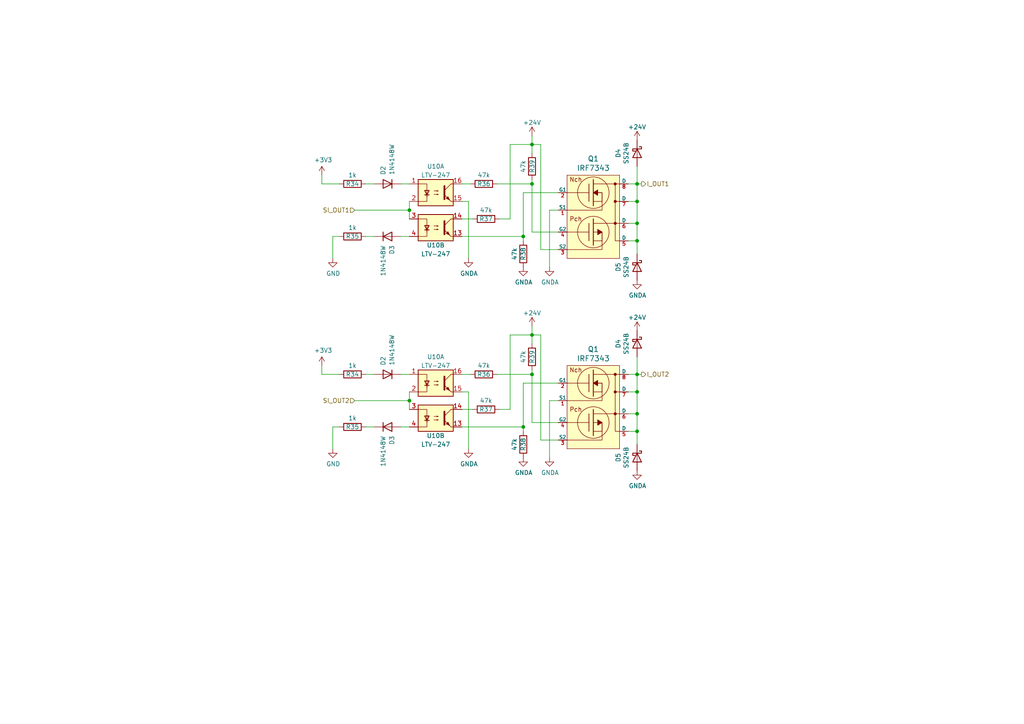
<source format=kicad_sch>
(kicad_sch (version 20230121) (generator eeschema)
  (paper "A4")
  (lib_symbols
    (symbol "Device:D_Schottky" (pin_numbers hide) (pin_names (offset 1.016) hide)
      (property "Reference" "D" (at 0 2.54 0))
      (property "Value" "D_Schottky" (at 0 -2.54 0))
      (symbol "D_Schottky_0_1"
        (polyline (pts (xy 1.27 0) (xy -1.27 0)))
        (polyline (pts (xy 1.27 1.27) (xy 1.27 -1.27) (xy -1.27 0) (xy 1.27 1.27)) (stroke (width 0.254)))
        (polyline (pts (xy -1.905 0.635) (xy -1.905 1.27) (xy -1.27 1.27) (xy -1.27 -1.27) (xy -0.635 -1.27) (xy -0.635 -0.635)) (stroke (width 0.254)))
      )
      (symbol "D_Schottky_1_1"
        (pin passive line (at -3.81 0 0) (length 2.54) (name "K") (number "1"))
        (pin passive line (at 3.81 0 180) (length 2.54) (name "A") (number "2"))
      )
    )
    (symbol "Device:R" (pin_numbers hide) (pin_names (offset 0))
      (property "Reference" "R" (at 2.032 0 90))
      (property "Value" "R" (at 0 0 90))
      (symbol "R_0_1"
        (rectangle (start -1.016 -2.54) (end 1.016 2.54) (stroke (width 0.254)))
      )
      (symbol "R_1_1"
        (pin passive line (at 0 3.81 270) (length 1.27) (name "~") (number "1"))
        (pin passive line (at 0 -3.81 90) (length 1.27) (name "~") (number "2"))
      )
    )
    (symbol "Diode:1N4148" (pin_numbers hide) (pin_names hide)
      (property "Reference" "D" (at 0 2.54 0))
      (property "Value" "1N4148" (at 0 -2.54 0))
      (symbol "1N4148_0_1"
        (polyline (pts (xy -1.27 1.27) (xy -1.27 -1.27)) (stroke (width 0.254)))
        (polyline (pts (xy 1.27 0) (xy -1.27 0)))
        (polyline (pts (xy 1.27 1.27) (xy 1.27 -1.27) (xy -1.27 0) (xy 1.27 1.27)) (stroke (width 0.254)))
      )
      (symbol "1N4148_1_1"
        (pin passive line (at -3.81 0 0) (length 2.54) (name "K") (number "1"))
        (pin passive line (at 3.81 0 180) (length 2.54) (name "A") (number "2"))
      )
    )
    (symbol "Isolator:LTV-247"
      (property "Reference" "U" (at -5.08 5.08 0))
      (property "Value" "LTV-247" (at 0 5.08 0))
      (symbol "LTV-247_0_1"
        (rectangle (start -5.08 3.81) (end 5.08 -3.81) (stroke (width 0.254)) (fill (type background)))
        (polyline (pts (xy -3.175 -0.635) (xy -1.905 -0.635)) (stroke (width 0.254)))
        (polyline (pts (xy 2.54 0.635) (xy 4.445 2.54)))
        (polyline (pts (xy 4.445 -2.54) (xy 2.54 -0.635)) (fill (type outline)))
        (polyline (pts (xy 4.445 -2.54) (xy 5.08 -2.54)))
        (polyline (pts (xy 4.445 2.54) (xy 5.08 2.54)))
        (polyline (pts (xy -2.54 -0.635) (xy -2.54 -2.54) (xy -5.08 -2.54)))
        (polyline (pts (xy 2.54 1.905) (xy 2.54 -1.905) (xy 2.54 -1.905)) (stroke (width 0.508)))
        (polyline (pts (xy -5.08 2.54) (xy -2.54 2.54) (xy -2.54 -1.27) (xy -2.54 0.635)))
        (polyline (pts (xy -2.54 -0.635) (xy -3.175 0.635) (xy -1.905 0.635) (xy -2.54 -0.635)) (stroke (width 0.254)))
        (polyline (pts (xy -0.508 -0.508) (xy 0.762 -0.508) (xy 0.381 -0.635) (xy 0.381 -0.381) (xy 0.762 -0.508)))
        (polyline (pts (xy -0.508 0.508) (xy 0.762 0.508) (xy 0.381 0.381) (xy 0.381 0.635) (xy 0.762 0.508)))
        (polyline (pts (xy 3.048 -1.651) (xy 3.556 -1.143) (xy 4.064 -2.159) (xy 3.048 -1.651) (xy 3.048 -1.651)) (fill (type outline)))
      )
      (symbol "LTV-247_1_1"
        (pin passive line (at -7.62 2.54 0) (length 2.54) (name "~") (number "1"))
        (pin passive line (at 7.62 -2.54 180) (length 2.54) (name "~") (number "15"))
        (pin passive line (at 7.62 2.54 180) (length 2.54) (name "~") (number "16"))
        (pin passive line (at -7.62 -2.54 0) (length 2.54) (name "~") (number "2"))
      )
      (symbol "LTV-247_2_1"
        (pin passive line (at 7.62 -2.54 180) (length 2.54) (name "~") (number "13"))
        (pin passive line (at 7.62 2.54 180) (length 2.54) (name "~") (number "14"))
        (pin passive line (at -7.62 2.54 0) (length 2.54) (name "~") (number "3"))
        (pin passive line (at -7.62 -2.54 0) (length 2.54) (name "~") (number "4"))
      )
      (symbol "LTV-247_3_1"
        (pin passive line (at 7.62 -2.54 180) (length 2.54) (name "~") (number "11"))
        (pin passive line (at 7.62 2.54 180) (length 2.54) (name "~") (number "12"))
        (pin passive line (at -7.62 2.54 0) (length 2.54) (name "~") (number "5"))
        (pin passive line (at -7.62 -2.54 0) (length 2.54) (name "~") (number "6"))
      )
      (symbol "LTV-247_4_1"
        (pin passive line (at 7.62 2.54 180) (length 2.54) (name "~") (number "10"))
        (pin passive line (at -7.62 2.54 0) (length 2.54) (name "~") (number "7"))
        (pin passive line (at -7.62 -2.54 0) (length 2.54) (name "~") (number "8"))
        (pin passive line (at 7.62 -2.54 180) (length 2.54) (name "~") (number "9"))
      )
    )
    (symbol "cc_transistor:IRF7389" (pin_names (offset 0))
      (property "Reference" "Q" (at 7.62 2.54 0))
      (property "Value" "IRF7389" (at 7.62 -26.67 0))
      (symbol "IRF7389_0_0"
        (text "Nch" (at 2.54 -1.27 0) (effects (font (size 1.27 1.27))))
        (text "Pch" (at 2.54 -12.7 0) (effects (font (size 1.27 1.27))))
      )
      (symbol "IRF7389_0_1"
        (polyline (pts (xy -1.27 -16.51) (xy 6.35 -16.51)))
        (polyline (pts (xy 0 -5.08) (xy 6.35 -5.08)))
        (polyline (pts (xy 6.35 -19.05) (xy 6.35 -13.97)) (stroke (width 0.2032)))
        (polyline (pts (xy 7.62 -20.32) (xy 7.62 -12.7)) (stroke (width 0.254)))
        (polyline (pts (xy 7.62 -16.51) (xy 8.89 -16.51)))
        (polyline (pts (xy 10.16 -19.05) (xy 7.62 -19.05)))
        (polyline (pts (xy 10.16 -19.05) (xy 10.16 -16.51)) (stroke (width 0.2032)))
        (polyline (pts (xy 10.16 -13.97) (xy 7.62 -13.97)))
        (polyline (pts (xy 10.16 -13.97) (xy 15.24 -13.97)))
        (polyline (pts (xy 13.97 -7.62) (xy 13.97 -13.97)))
        (polyline (pts (xy 15.24 -2.54) (xy 10.16 -2.54)))
        (polyline (pts (xy 13.97 -13.97) (xy 13.97 -19.05) (xy 15.24 -19.05)))
        (polyline (pts (xy 13.97 -2.54) (xy 13.97 -7.62) (xy 15.24 -7.62)))
        (polyline (pts (xy 0 -10.16) (xy 2.54 -10.16) (xy 10.16 -10.16) (xy 10.16 -7.62)))
        (polyline (pts (xy 10.16 -19.05) (xy 10.16 -21.59) (xy 2.54 -21.59) (xy 0 -21.59)))
        (rectangle (start 0 0) (end 15.24 -24.13) (fill (type background)))
        (circle (center 7.62 -16.51) (radius 4.572))
        (circle (center 7.62 -5.08) (radius 4.572))
        (circle (center 13.97 -13.97) (radius 0.3556) (fill (type outline)))
        (circle (center 13.97 -7.62) (radius 0.3556) (fill (type outline)))
        (circle (center 13.97 -2.54) (radius 0.3556) (fill (type outline)))
      )
      (symbol "IRF7389_1_1"
        (polyline (pts (xy 6.35 -7.62) (xy 6.35 -2.54)) (stroke (width 0.2032)))
        (polyline (pts (xy 7.62 -8.89) (xy 7.62 -1.27)) (stroke (width 0.254)))
        (polyline (pts (xy 10.16 -7.62) (xy 7.62 -7.62)))
        (polyline (pts (xy 10.16 -2.54) (xy 7.62 -2.54)))
        (polyline (pts (xy 10.16 -7.62) (xy 10.16 -5.08) (xy 8.89 -5.08)) (stroke (width 0.2032)))
        (polyline (pts (xy 8.89 -15.748) (xy 8.89 -17.272) (xy 10.16 -16.51) (xy 8.89 -15.748) (xy 8.89 -15.748)) (stroke (width 0.2032)) (fill (type outline)))
        (polyline (pts (xy 8.89 -4.318) (xy 8.89 -5.842) (xy 7.62 -5.08) (xy 8.89 -4.318) (xy 8.89 -4.318)) (stroke (width 0.2032)) (fill (type outline)))
        (pin passive line (at -2.54 -10.16 0) (length 2.54) (name "S1") (number "1"))
        (pin input line (at -2.54 -5.08 0) (length 2.54) (name "G1") (number "2"))
        (pin passive line (at -2.54 -21.59 0) (length 2.54) (name "S2") (number "3"))
        (pin input line (at -2.54 -16.51 0) (length 2.54) (name "G2") (number "4"))
        (pin passive line (at 17.78 -19.05 180) (length 2.54) (name "D") (number "5"))
        (pin passive line (at 17.78 -13.97 180) (length 2.54) (name "D") (number "6"))
        (pin passive line (at 17.78 -7.62 180) (length 2.54) (name "D") (number "7"))
        (pin passive line (at 17.78 -2.54 180) (length 2.54) (name "D") (number "8"))
      )
    )
    (symbol "door_if3_usb-rescue:+3.3V-power" (power) (pin_names (offset 0))
      (property "Value" "+3.3V-power" (at 0 3.556 0))
      (symbol "+3.3V-power_0_1"
        (polyline (pts (xy -0.762 1.27) (xy 0 2.54)))
        (polyline (pts (xy 0 0) (xy 0 2.54)))
        (polyline (pts (xy 0 2.54) (xy 0.762 1.27)))
      )
      (symbol "+3.3V-power_1_1"
        (pin power_in line (at 0 0 90) (length 0) hide (name "+3V3") (number "1"))
      )
    )
    (symbol "power:+24V" (power) (pin_names (offset 0))
      (property "Value" "+24V" (at 0 3.556 0))
      (symbol "+24V_0_1"
        (polyline (pts (xy -0.762 1.27) (xy 0 2.54)))
        (polyline (pts (xy 0 0) (xy 0 2.54)))
        (polyline (pts (xy 0 2.54) (xy 0.762 1.27)))
      )
      (symbol "+24V_1_1"
        (pin power_in line (at 0 0 90) (length 0) hide (name "+24V") (number "1"))
      )
    )
    (symbol "power:GND" (power) (pin_names (offset 0))
      (property "Value" "GND" (at 0 -3.81 0))
      (symbol "GND_0_1"
        (polyline (pts (xy 0 0) (xy 0 -1.27) (xy 1.27 -1.27) (xy 0 -2.54) (xy -1.27 -1.27) (xy 0 -1.27)))
      )
      (symbol "GND_1_1"
        (pin power_in line (at 0 0 270) (length 0) hide (name "GND") (number "1"))
      )
    )
    (symbol "power:GNDA" (power) (pin_names (offset 0))
      (property "Value" "GNDA" (at 0 -3.81 0))
      (symbol "GNDA_0_1"
        (polyline (pts (xy 0 0) (xy 0 -1.27) (xy 1.27 -1.27) (xy 0 -2.54) (xy -1.27 -1.27) (xy 0 -1.27)))
      )
      (symbol "GNDA_1_1"
        (pin power_in line (at 0 0 270) (length 0) hide (name "GNDA") (number "1"))
      )
    )
  )
  (junction (at 118.745 116.205))
  (junction (at 184.785 113.665))
  (junction (at 154.305 97.155))
  (junction (at 184.785 69.85))
  (junction (at 184.785 53.34))
  (junction (at 151.765 123.825))
  (junction (at 184.785 64.77))
  (junction (at 184.785 108.585))
  (junction (at 184.785 120.015))
  (junction (at 154.305 108.585))
  (junction (at 184.785 58.42))
  (junction (at 154.305 41.91))
  (junction (at 154.305 53.34))
  (junction (at 118.745 60.96))
  (junction (at 151.765 68.58))
  (junction (at 184.785 125.095))
  (wire (pts (xy 106.045 53.34) (xy 108.585 53.34)))
  (wire (pts (xy 133.985 58.42) (xy 135.89 58.42)))
  (wire (pts (xy 184.785 108.585) (xy 186.055 108.585)))
  (wire (pts (xy 156.845 41.91) (xy 154.305 41.91)))
  (wire (pts (xy 154.305 53.34) (xy 154.305 52.07)))
  (wire (pts (xy 182.245 113.665) (xy 184.785 113.665)))
  (wire (pts (xy 96.52 68.58) (xy 98.425 68.58)))
  (wire (pts (xy 118.745 116.205) (xy 118.745 118.745)))
  (wire (pts (xy 93.345 108.585) (xy 98.425 108.585)))
  (wire (pts (xy 182.245 53.34) (xy 184.785 53.34)))
  (wire (pts (xy 184.785 108.585) (xy 184.785 113.665)))
  (wire (pts (xy 144.78 63.5) (xy 147.955 63.5)))
  (wire (pts (xy 102.87 60.96) (xy 118.745 60.96)))
  (wire (pts (xy 151.765 111.125) (xy 151.765 123.825)))
  (wire (pts (xy 161.925 55.88) (xy 151.765 55.88)))
  (wire (pts (xy 159.385 60.96) (xy 159.385 77.47)))
  (wire (pts (xy 106.045 68.58) (xy 108.585 68.58)))
  (wire (pts (xy 133.985 68.58) (xy 151.765 68.58)))
  (wire (pts (xy 184.785 113.665) (xy 184.785 120.015)))
  (wire (pts (xy 182.245 64.77) (xy 184.785 64.77)))
  (wire (pts (xy 116.205 53.34) (xy 118.745 53.34)))
  (wire (pts (xy 93.345 106.045) (xy 93.345 108.585)))
  (wire (pts (xy 154.305 41.91) (xy 154.305 39.37)))
  (wire (pts (xy 133.985 63.5) (xy 137.16 63.5)))
  (wire (pts (xy 135.89 58.42) (xy 135.89 74.93)))
  (wire (pts (xy 151.765 68.58) (xy 151.765 69.85)))
  (wire (pts (xy 116.205 68.58) (xy 118.745 68.58)))
  (wire (pts (xy 184.785 64.77) (xy 184.785 69.85)))
  (wire (pts (xy 96.52 68.58) (xy 96.52 74.93)))
  (wire (pts (xy 133.985 123.825) (xy 151.765 123.825)))
  (wire (pts (xy 184.785 125.095) (xy 184.785 128.905)))
  (wire (pts (xy 135.89 113.665) (xy 135.89 130.175)))
  (wire (pts (xy 118.745 113.665) (xy 118.745 116.205)))
  (wire (pts (xy 147.955 63.5) (xy 147.955 41.91)))
  (wire (pts (xy 154.305 122.555) (xy 154.305 108.585)))
  (wire (pts (xy 161.925 72.39) (xy 156.845 72.39)))
  (wire (pts (xy 156.845 97.155) (xy 154.305 97.155)))
  (wire (pts (xy 106.045 108.585) (xy 108.585 108.585)))
  (wire (pts (xy 182.245 58.42) (xy 184.785 58.42)))
  (wire (pts (xy 184.785 58.42) (xy 184.785 64.77)))
  (wire (pts (xy 151.765 123.825) (xy 151.765 125.095)))
  (wire (pts (xy 184.785 53.34) (xy 186.055 53.34)))
  (wire (pts (xy 147.955 41.91) (xy 154.305 41.91)))
  (wire (pts (xy 154.305 97.155) (xy 154.305 94.615)))
  (wire (pts (xy 154.305 67.31) (xy 154.305 53.34)))
  (wire (pts (xy 184.785 120.015) (xy 184.785 125.095)))
  (wire (pts (xy 147.955 118.745) (xy 147.955 97.155)))
  (wire (pts (xy 96.52 123.825) (xy 96.52 130.175)))
  (wire (pts (xy 161.925 122.555) (xy 154.305 122.555)))
  (wire (pts (xy 116.205 123.825) (xy 118.745 123.825)))
  (wire (pts (xy 144.145 53.34) (xy 154.305 53.34)))
  (wire (pts (xy 116.205 108.585) (xy 118.745 108.585)))
  (wire (pts (xy 182.245 108.585) (xy 184.785 108.585)))
  (wire (pts (xy 184.785 69.85) (xy 184.785 73.66)))
  (wire (pts (xy 144.145 108.585) (xy 154.305 108.585)))
  (wire (pts (xy 102.87 116.205) (xy 118.745 116.205)))
  (wire (pts (xy 161.925 127.635) (xy 156.845 127.635)))
  (wire (pts (xy 161.925 60.96) (xy 159.385 60.96)))
  (wire (pts (xy 184.785 103.505) (xy 184.785 108.585)))
  (wire (pts (xy 147.955 97.155) (xy 154.305 97.155)))
  (wire (pts (xy 106.045 123.825) (xy 108.585 123.825)))
  (wire (pts (xy 96.52 123.825) (xy 98.425 123.825)))
  (wire (pts (xy 133.985 53.34) (xy 136.525 53.34)))
  (wire (pts (xy 118.745 58.42) (xy 118.745 60.96)))
  (wire (pts (xy 156.845 127.635) (xy 156.845 97.155)))
  (wire (pts (xy 182.245 120.015) (xy 184.785 120.015)))
  (wire (pts (xy 151.765 55.88) (xy 151.765 68.58)))
  (wire (pts (xy 184.785 48.26) (xy 184.785 53.34)))
  (wire (pts (xy 154.305 97.155) (xy 154.305 99.695)))
  (wire (pts (xy 156.845 72.39) (xy 156.845 41.91)))
  (wire (pts (xy 118.745 60.96) (xy 118.745 63.5)))
  (wire (pts (xy 161.925 116.205) (xy 159.385 116.205)))
  (wire (pts (xy 184.785 53.34) (xy 184.785 58.42)))
  (wire (pts (xy 154.305 41.91) (xy 154.305 44.45)))
  (wire (pts (xy 133.985 108.585) (xy 136.525 108.585)))
  (wire (pts (xy 133.985 118.745) (xy 137.16 118.745)))
  (wire (pts (xy 93.345 50.8) (xy 93.345 53.34)))
  (wire (pts (xy 184.785 125.095) (xy 182.245 125.095)))
  (wire (pts (xy 93.345 53.34) (xy 98.425 53.34)))
  (wire (pts (xy 161.925 67.31) (xy 154.305 67.31)))
  (wire (pts (xy 144.78 118.745) (xy 147.955 118.745)))
  (wire (pts (xy 133.985 113.665) (xy 135.89 113.665)))
  (wire (pts (xy 161.925 111.125) (xy 151.765 111.125)))
  (wire (pts (xy 154.305 108.585) (xy 154.305 107.315)))
  (wire (pts (xy 159.385 116.205) (xy 159.385 132.715)))
  (wire (pts (xy 184.785 69.85) (xy 182.245 69.85)))
  (hierarchical_label "SI_OUT2" (shape input) (at 102.87 116.205 180))
  (hierarchical_label "SI_OUT1" (shape input) (at 102.87 60.96 180))
  (hierarchical_label "I_OUT2" (shape output) (at 186.055 108.585 0))
  (hierarchical_label "I_OUT1" (shape output) (at 186.055 53.34 0))
  (symbol (lib_id "Device:R") (at 102.235 53.34 90) (unit 1)
    (property "Reference" "R34" (at 102.235 53.34 90))
    (property "Value" "1k" (at 102.235 50.8 90))
    (property "Footprint" "Resistor_SMD:R_0402_1005Metric" (effects hide))
    (instances (project "door_if4_usb" (path "" (reference "R34") (unit 1)) (path "" (reference "R2") (unit 1)) (path "" (reference "R22") (unit 1)) (path "" (reference "R34") (unit 1))))
  )
  (symbol (lib_id "power:+24V") (at 154.305 94.615 0) (unit 1)
    (property "Reference" "#PWR020" (effects hide))
    (property "Value" "+24V" (at 154.305 90.805 0))
    (instances (project "door_if4_usb" (path "" (reference "#PWR020") (unit 1)) (path "" (reference "#PWR021") (unit 1)) (path "" (reference "#PWR039") (unit 1)) (path "" (reference "#PWR055") (unit 1))))
  )
  (symbol (lib_id "Isolator:LTV-247") (at 126.365 121.285 0) (unit 2)
    (property "Reference" "U10" (at 126.365 126.365 0))
    (property "Value" "LTV-247" (at 126.365 128.905 0))
    (property "Footprint" "Package_SO:SOP-16_4.4x10.4mm_P1.27mm" (effects hide))
    (property "Datasheet" "http://optoelectronics.liteon.com/upload/download/DS70-2009-0014/LTV-2X7%20sereis%20Mar17.PDF" (effects hide))
    (instances (project "door_if4_usb" (path "" (reference "U10") (unit 2)) (path "" (reference "U2") (unit 4)) (path "" (reference "U4") (unit 4)) (path "" (reference "U5") (unit 4))))
  )
  (symbol (lib_id "door_if3_usb-rescue:+3.3V-power") (at 93.345 50.8 0) (unit 1)
    (property "Reference" "#PWR016" (effects hide))
    (property "Value" "+3.3V" (at 93.726 46.4058 0))
    (instances (project "door_if4_usb" (path "" (reference "#PWR016") (unit 1)) (path "" (reference "#PWR012") (unit 1)) (path "" (reference "#PWR030") (unit 1)) (path "" (reference "#PWR046") (unit 1))))
  )
  (symbol (lib_id "power:GNDA") (at 135.89 74.93 0) (unit 1)
    (property "Reference" "#PWR018" (effects hide))
    (property "Value" "GNDA" (at 136.017 79.3242 0))
    (instances (project "door_if4_usb" (path "" (reference "#PWR018") (unit 1)) (path "" (reference "#PWR016") (unit 1)) (path "" (reference "#PWR034") (unit 1)) (path "" (reference "#PWR050") (unit 1))))
  )
  (symbol (lib_id "Diode:1N4148") (at 112.395 68.58 0) (mirror x) (unit 1)
    (property "Reference" "D3" (at 113.665 71.12 90) (effects (justify left)))
    (property "Value" "1N4148W" (at 111.125 71.12 90) (effects (justify left)))
    (property "Footprint" "Diode_SMD:D_SOD-323" (effects hide))
    (property "Datasheet" "https://assets.nexperia.com/documents/data-sheet/1N4148_1N4448.pdf" (effects hide))
    (property "Sim.Device" "D" (effects hide))
    (property "Sim.Pins" "1=K 2=A" (effects hide))
    (instances (project "door_if4_usb" (path "" (reference "D3") (unit 1)) (path "" (reference "D3") (unit 1)) (path "" (reference "D11") (unit 1)) (path "" (reference "D19") (unit 1))))
  )
  (symbol (lib_id "Device:R") (at 102.235 68.58 90) (unit 1)
    (property "Reference" "R35" (at 102.235 68.58 90))
    (property "Value" "1k" (at 102.235 66.04 90))
    (property "Footprint" "Resistor_SMD:R_0402_1005Metric" (effects hide))
    (instances (project "door_if4_usb" (path "" (reference "R35") (unit 1)) (path "" (reference "R3") (unit 1)) (path "" (reference "R23") (unit 1)) (path "" (reference "R35") (unit 1))))
  )
  (symbol (lib_id "power:GND") (at 96.52 74.93 0) (unit 1)
    (property "Reference" "#PWR017" (effects hide))
    (property "Value" "GND" (at 96.647 79.3242 0))
    (instances (project "door_if4_usb" (path "" (reference "#PWR017") (unit 1)) (path "" (reference "#PWR014") (unit 1)) (path "" (reference "#PWR032") (unit 1)) (path "" (reference "#PWR048") (unit 1))))
  )
  (symbol (lib_id "power:+24V") (at 184.785 95.885 0) (unit 1)
    (property "Reference" "#PWR022" (effects hide))
    (property "Value" "+24V" (at 184.785 92.075 0))
    (instances (project "door_if4_usb" (path "" (reference "#PWR022") (unit 1)) (path "" (reference "#PWR026") (unit 1)) (path "" (reference "#PWR044") (unit 1)) (path "" (reference "#PWR060") (unit 1))))
  )
  (symbol (lib_id "Device:R") (at 140.335 108.585 90) (unit 1)
    (property "Reference" "R36" (at 140.335 108.585 90))
    (property "Value" "47k" (at 140.335 106.045 90))
    (property "Footprint" "Resistor_SMD:R_0402_1005Metric" (effects hide))
    (instances (project "door_if4_usb" (path "" (reference "R36") (unit 1)) (path "" (reference "R7") (unit 1)) (path "" (reference "R27") (unit 1)) (path "" (reference "R39") (unit 1))))
  )
  (symbol (lib_id "Device:D_Schottky") (at 184.785 132.715 270) (unit 1)
    (property "Reference" "D5" (at 179.2986 132.715 0))
    (property "Value" "SS24B" (at 181.61 132.715 0))
    (property "Footprint" "Diode_SMD:D_SMB" (effects hide))
    (instances (project "door_if4_usb" (path "" (reference "D5") (unit 1)) (path "" (reference "D9") (unit 1)) (path "" (reference "D17") (unit 1)) (path "" (reference "D25") (unit 1))))
  )
  (symbol (lib_id "Isolator:LTV-247") (at 126.365 55.88 0) (unit 1)
    (property "Reference" "U10" (at 126.365 48.26 0))
    (property "Value" "LTV-247" (at 126.365 50.8 0))
    (property "Footprint" "Package_SO:SOP-16_4.4x10.4mm_P1.27mm" (effects hide))
    (property "Datasheet" "http://optoelectronics.liteon.com/upload/download/DS70-2009-0014/LTV-2X7%20sereis%20Mar17.PDF" (effects hide))
    (instances (project "door_if4_usb" (path "" (reference "U10") (unit 1)) (path "" (reference "U2") (unit 1)) (path "" (reference "U4") (unit 1)) (path "" (reference "U5") (unit 1))))
  )
  (symbol (lib_id "Diode:1N4148") (at 112.395 123.825 0) (mirror x) (unit 1)
    (property "Reference" "D3" (at 113.665 126.365 90) (effects (justify left)))
    (property "Value" "1N4148W" (at 111.125 126.365 90) (effects (justify left)))
    (property "Footprint" "Diode_SMD:D_SOD-323" (effects hide))
    (property "Datasheet" "https://assets.nexperia.com/documents/data-sheet/1N4148_1N4448.pdf" (effects hide))
    (property "Sim.Device" "D" (effects hide))
    (property "Sim.Pins" "1=K 2=A" (effects hide))
    (instances (project "door_if4_usb" (path "" (reference "D3") (unit 1)) (path "" (reference "D5") (unit 1)) (path "" (reference "D13") (unit 1)) (path "" (reference "D21") (unit 1))))
  )
  (symbol (lib_id "power:GND") (at 96.52 130.175 0) (unit 1)
    (property "Reference" "#PWR017" (effects hide))
    (property "Value" "GND" (at 96.647 134.5692 0))
    (instances (project "door_if4_usb" (path "" (reference "#PWR017") (unit 1)) (path "" (reference "#PWR015") (unit 1)) (path "" (reference "#PWR033") (unit 1)) (path "" (reference "#PWR049") (unit 1))))
  )
  (symbol (lib_id "power:GNDA") (at 151.765 77.47 0) (unit 1)
    (property "Reference" "#PWR019" (effects hide))
    (property "Value" "GNDA" (at 151.892 81.8642 0))
    (instances (project "door_if4_usb" (path "" (reference "#PWR019") (unit 1)) (path "" (reference "#PWR018") (unit 1)) (path "" (reference "#PWR036") (unit 1)) (path "" (reference "#PWR052") (unit 1))))
  )
  (symbol (lib_id "Device:R") (at 154.305 48.26 180) (unit 1)
    (property "Reference" "R39" (at 154.305 48.26 90))
    (property "Value" "47k" (at 151.765 48.26 90))
    (property "Footprint" "Resistor_SMD:R_0402_1005Metric" (effects hide))
    (instances (project "door_if4_usb" (path "" (reference "R39") (unit 1)) (path "" (reference "R12") (unit 1)) (path "" (reference "R32") (unit 1)) (path "" (reference "R44") (unit 1))))
  )
  (symbol (lib_id "Device:R") (at 102.235 123.825 90) (unit 1)
    (property "Reference" "R35" (at 102.235 123.825 90))
    (property "Value" "1k" (at 102.235 121.285 90))
    (property "Footprint" "Resistor_SMD:R_0402_1005Metric" (effects hide))
    (instances (project "door_if4_usb" (path "" (reference "R35") (unit 1)) (path "" (reference "R5") (unit 1)) (path "" (reference "R25") (unit 1)) (path "" (reference "R37") (unit 1))))
  )
  (symbol (lib_id "Device:R") (at 140.97 118.745 90) (unit 1)
    (property "Reference" "R37" (at 140.97 118.745 90))
    (property "Value" "47k" (at 140.97 116.205 90))
    (property "Footprint" "Resistor_SMD:R_0402_1005Metric" (effects hide))
    (instances (project "door_if4_usb" (path "" (reference "R37") (unit 1)) (path "" (reference "R9") (unit 1)) (path "" (reference "R29") (unit 1)) (path "" (reference "R41") (unit 1))))
  )
  (symbol (lib_id "power:GNDA") (at 135.89 130.175 0) (unit 1)
    (property "Reference" "#PWR018" (effects hide))
    (property "Value" "GNDA" (at 136.017 134.5692 0))
    (instances (project "door_if4_usb" (path "" (reference "#PWR018") (unit 1)) (path "" (reference "#PWR017") (unit 1)) (path "" (reference "#PWR035") (unit 1)) (path "" (reference "#PWR051") (unit 1))))
  )
  (symbol (lib_id "Diode:1N4148") (at 112.395 108.585 0) (mirror y) (unit 1)
    (property "Reference" "D2" (at 111.125 106.045 90) (effects (justify left)))
    (property "Value" "1N4148W" (at 113.665 106.045 90) (effects (justify left)))
    (property "Footprint" "Diode_SMD:D_SOD-323" (effects hide))
    (property "Datasheet" "https://assets.nexperia.com/documents/data-sheet/1N4148_1N4448.pdf" (effects hide))
    (property "Sim.Device" "D" (effects hide))
    (property "Sim.Pins" "1=K 2=A" (effects hide))
    (instances (project "door_if4_usb" (path "" (reference "D2") (unit 1)) (path "" (reference "D4") (unit 1)) (path "" (reference "D12") (unit 1)) (path "" (reference "D20") (unit 1))))
  )
  (symbol (lib_id "power:+24V") (at 184.785 40.64 0) (unit 1)
    (property "Reference" "#PWR022" (effects hide))
    (property "Value" "+24V" (at 184.785 36.83 0))
    (instances (project "door_if4_usb" (path "" (reference "#PWR022") (unit 1)) (path "" (reference "#PWR024") (unit 1)) (path "" (reference "#PWR042") (unit 1)) (path "" (reference "#PWR058") (unit 1))))
  )
  (symbol (lib_id "Device:R") (at 154.305 103.505 180) (unit 1)
    (property "Reference" "R39" (at 154.305 103.505 90))
    (property "Value" "47k" (at 151.765 103.505 90))
    (property "Footprint" "Resistor_SMD:R_0402_1005Metric" (effects hide))
    (instances (project "door_if4_usb" (path "" (reference "R39") (unit 1)) (path "" (reference "R13") (unit 1)) (path "" (reference "R33") (unit 1)) (path "" (reference "R45") (unit 1))))
  )
  (symbol (lib_id "power:GNDA") (at 159.385 132.715 0) (unit 1)
    (property "Reference" "#PWR021" (effects hide))
    (property "Value" "GNDA" (at 159.512 137.1092 0))
    (instances (project "door_if4_usb" (path "" (reference "#PWR021") (unit 1)) (path "" (reference "#PWR023") (unit 1)) (path "" (reference "#PWR041") (unit 1)) (path "" (reference "#PWR057") (unit 1))))
  )
  (symbol (lib_id "power:+24V") (at 154.305 39.37 0) (unit 1)
    (property "Reference" "#PWR020" (effects hide))
    (property "Value" "+24V" (at 154.305 35.56 0))
    (instances (project "door_if4_usb" (path "" (reference "#PWR020") (unit 1)) (path "" (reference "#PWR020") (unit 1)) (path "" (reference "#PWR038") (unit 1)) (path "" (reference "#PWR054") (unit 1))))
  )
  (symbol (lib_id "Device:D_Schottky") (at 184.785 99.695 270) (unit 1)
    (property "Reference" "D4" (at 179.2986 99.695 0))
    (property "Value" "SS24B" (at 181.61 99.695 0))
    (property "Footprint" "Diode_SMD:D_SMB" (effects hide))
    (instances (project "door_if4_usb" (path "" (reference "D4") (unit 1)) (path "" (reference "D8") (unit 1)) (path "" (reference "D16") (unit 1)) (path "" (reference "D24") (unit 1))))
  )
  (symbol (lib_id "power:GNDA") (at 151.765 132.715 0) (unit 1)
    (property "Reference" "#PWR019" (effects hide))
    (property "Value" "GNDA" (at 151.892 137.1092 0))
    (instances (project "door_if4_usb" (path "" (reference "#PWR019") (unit 1)) (path "" (reference "#PWR019") (unit 1)) (path "" (reference "#PWR037") (unit 1)) (path "" (reference "#PWR053") (unit 1))))
  )
  (symbol (lib_id "Device:R") (at 151.765 73.66 180) (unit 1)
    (property "Reference" "R38" (at 151.765 73.66 90))
    (property "Value" "47k" (at 149.225 73.66 90))
    (property "Footprint" "Resistor_SMD:R_0402_1005Metric" (effects hide))
    (instances (project "door_if4_usb" (path "" (reference "R38") (unit 1)) (path "" (reference "R10") (unit 1)) (path "" (reference "R30") (unit 1)) (path "" (reference "R42") (unit 1))))
  )
  (symbol (lib_id "cc_transistor:IRF7389") (at 164.465 50.8 0) (unit 1)
    (property "Reference" "Q1" (at 172.085 46.0502 0) (effects (font (size 1.524 1.524))))
    (property "Value" "IRF7343" (at 172.085 48.7426 0) (effects (font (size 1.524 1.524))))
    (property "Footprint" "Package_SO:SO-8_3.9x4.9mm_P1.27mm" (effects hide))
    (instances (project "door_if4_usb" (path "" (reference "Q1") (unit 1)) (path "" (reference "Q1") (unit 1)) (path "" (reference "Q3") (unit 1)) (path "" (reference "Q5") (unit 1))))
  )
  (symbol (lib_id "Device:D_Schottky") (at 184.785 77.47 270) (unit 1)
    (property "Reference" "D5" (at 179.2986 77.47 0))
    (property "Value" "SS24B" (at 181.61 77.47 0))
    (property "Footprint" "Diode_SMD:D_SMB" (effects hide))
    (instances (project "door_if4_usb" (path "" (reference "D5") (unit 1)) (path "" (reference "D7") (unit 1)) (path "" (reference "D15") (unit 1)) (path "" (reference "D23") (unit 1))))
  )
  (symbol (lib_id "cc_transistor:IRF7389") (at 164.465 106.045 0) (unit 1)
    (property "Reference" "Q1" (at 172.085 101.2952 0) (effects (font (size 1.524 1.524))))
    (property "Value" "IRF7343" (at 172.085 103.9876 0) (effects (font (size 1.524 1.524))))
    (property "Footprint" "Package_SO:SO-8_3.9x4.9mm_P1.27mm" (effects hide))
    (instances (project "door_if4_usb" (path "" (reference "Q1") (unit 1)) (path "" (reference "Q2") (unit 1)) (path "" (reference "Q4") (unit 1)) (path "" (reference "Q6") (unit 1))))
  )
  (symbol (lib_id "Device:R") (at 140.97 63.5 90) (unit 1)
    (property "Reference" "R37" (at 140.97 63.5 90))
    (property "Value" "47k" (at 140.97 60.96 90))
    (property "Footprint" "Resistor_SMD:R_0402_1005Metric" (effects hide))
    (instances (project "door_if4_usb" (path "" (reference "R37") (unit 1)) (path "" (reference "R8") (unit 1)) (path "" (reference "R28") (unit 1)) (path "" (reference "R40") (unit 1))))
  )
  (symbol (lib_id "door_if3_usb-rescue:+3.3V-power") (at 93.345 106.045 0) (unit 1)
    (property "Reference" "#PWR016" (effects hide))
    (property "Value" "+3.3V" (at 93.726 101.6508 0))
    (instances (project "door_if4_usb" (path "" (reference "#PWR016") (unit 1)) (path "" (reference "#PWR013") (unit 1)) (path "" (reference "#PWR031") (unit 1)) (path "" (reference "#PWR047") (unit 1))))
  )
  (symbol (lib_id "power:GNDA") (at 184.785 81.28 0) (unit 1)
    (property "Reference" "#PWR023" (effects hide))
    (property "Value" "GNDA" (at 184.912 85.6742 0))
    (instances (project "door_if4_usb" (path "" (reference "#PWR023") (unit 1)) (path "" (reference "#PWR025") (unit 1)) (path "" (reference "#PWR043") (unit 1)) (path "" (reference "#PWR059") (unit 1))))
  )
  (symbol (lib_id "power:GNDA") (at 159.385 77.47 0) (unit 1)
    (property "Reference" "#PWR021" (effects hide))
    (property "Value" "GNDA" (at 159.512 81.8642 0))
    (instances (project "door_if4_usb" (path "" (reference "#PWR021") (unit 1)) (path "" (reference "#PWR022") (unit 1)) (path "" (reference "#PWR040") (unit 1)) (path "" (reference "#PWR056") (unit 1))))
  )
  (symbol (lib_id "Device:R") (at 140.335 53.34 90) (unit 1)
    (property "Reference" "R36" (at 140.335 53.34 90))
    (property "Value" "47k" (at 140.335 50.8 90))
    (property "Footprint" "Resistor_SMD:R_0402_1005Metric" (effects hide))
    (instances (project "door_if4_usb" (path "" (reference "R36") (unit 1)) (path "" (reference "R6") (unit 1)) (path "" (reference "R26") (unit 1)) (path "" (reference "R38") (unit 1))))
  )
  (symbol (lib_id "Device:R") (at 102.235 108.585 90) (unit 1)
    (property "Reference" "R34" (at 102.235 108.585 90))
    (property "Value" "1k" (at 102.235 106.045 90))
    (property "Footprint" "Resistor_SMD:R_0402_1005Metric" (effects hide))
    (instances (project "door_if4_usb" (path "" (reference "R34") (unit 1)) (path "" (reference "R4") (unit 1)) (path "" (reference "R24") (unit 1)) (path "" (reference "R36") (unit 1))))
  )
  (symbol (lib_id "Device:D_Schottky") (at 184.785 44.45 270) (unit 1)
    (property "Reference" "D4" (at 179.2986 44.45 0))
    (property "Value" "SS24B" (at 181.61 44.45 0))
    (property "Footprint" "Diode_SMD:D_SMB" (effects hide))
    (instances (project "door_if4_usb" (path "" (reference "D4") (unit 1)) (path "" (reference "D6") (unit 1)) (path "" (reference "D14") (unit 1)) (path "" (reference "D22") (unit 1))))
  )
  (symbol (lib_id "Isolator:LTV-247") (at 126.365 66.04 0) (unit 2)
    (property "Reference" "U10" (at 126.365 71.12 0))
    (property "Value" "LTV-247" (at 126.365 73.66 0))
    (property "Footprint" "Package_SO:SOP-16_4.4x10.4mm_P1.27mm" (effects hide))
    (property "Datasheet" "http://optoelectronics.liteon.com/upload/download/DS70-2009-0014/LTV-2X7%20sereis%20Mar17.PDF" (effects hide))
    (instances (project "door_if4_usb" (path "" (reference "U10") (unit 2)) (path "" (reference "U2") (unit 2)) (path "" (reference "U4") (unit 2)) (path "" (reference "U5") (unit 2))))
  )
  (symbol (lib_id "Diode:1N4148") (at 112.395 53.34 0) (mirror y) (unit 1)
    (property "Reference" "D2" (at 111.125 50.8 90) (effects (justify left)))
    (property "Value" "1N4148W" (at 113.665 50.8 90) (effects (justify left)))
    (property "Footprint" "Diode_SMD:D_SOD-323" (effects hide))
    (property "Datasheet" "https://assets.nexperia.com/documents/data-sheet/1N4148_1N4448.pdf" (effects hide))
    (property "Sim.Device" "D" (effects hide))
    (property "Sim.Pins" "1=K 2=A" (effects hide))
    (instances (project "door_if4_usb" (path "" (reference "D2") (unit 1)) (path "" (reference "D2") (unit 1)) (path "" (reference "D10") (unit 1)) (path "" (reference "D18") (unit 1))))
  )
  (symbol (lib_id "Isolator:LTV-247") (at 126.365 111.125 0) (unit 1)
    (property "Reference" "U10" (at 126.365 103.505 0))
    (property "Value" "LTV-247" (at 126.365 106.045 0))
    (property "Footprint" "Package_SO:SOP-16_4.4x10.4mm_P1.27mm" (effects hide))
    (property "Datasheet" "http://optoelectronics.liteon.com/upload/download/DS70-2009-0014/LTV-2X7%20sereis%20Mar17.PDF" (effects hide))
    (instances (project "door_if4_usb" (path "" (reference "U10") (unit 1)) (path "" (reference "U2") (unit 3)) (path "" (reference "U4") (unit 3)) (path "" (reference "U5") (unit 3))))
  )
  (symbol (lib_id "power:GNDA") (at 184.785 136.525 0) (unit 1)
    (property "Reference" "#PWR023" (effects hide))
    (property "Value" "GNDA" (at 184.912 140.9192 0))
    (instances (project "door_if4_usb" (path "" (reference "#PWR023") (unit 1)) (path "" (reference "#PWR027") (unit 1)) (path "" (reference "#PWR045") (unit 1)) (path "" (reference "#PWR061") (unit 1))))
  )
  (symbol (lib_id "Device:R") (at 151.765 128.905 180) (unit 1)
    (property "Reference" "R38" (at 151.765 128.905 90))
    (property "Value" "47k" (at 149.225 128.905 90))
    (property "Footprint" "Resistor_SMD:R_0402_1005Metric" (effects hide))
    (instances (project "door_if4_usb" (path "" (reference "R38") (unit 1)) (path "" (reference "R11") (unit 1)) (path "" (reference "R31") (unit 1)) (path "" (reference "R43") (unit 1))))
  )
)
</source>
